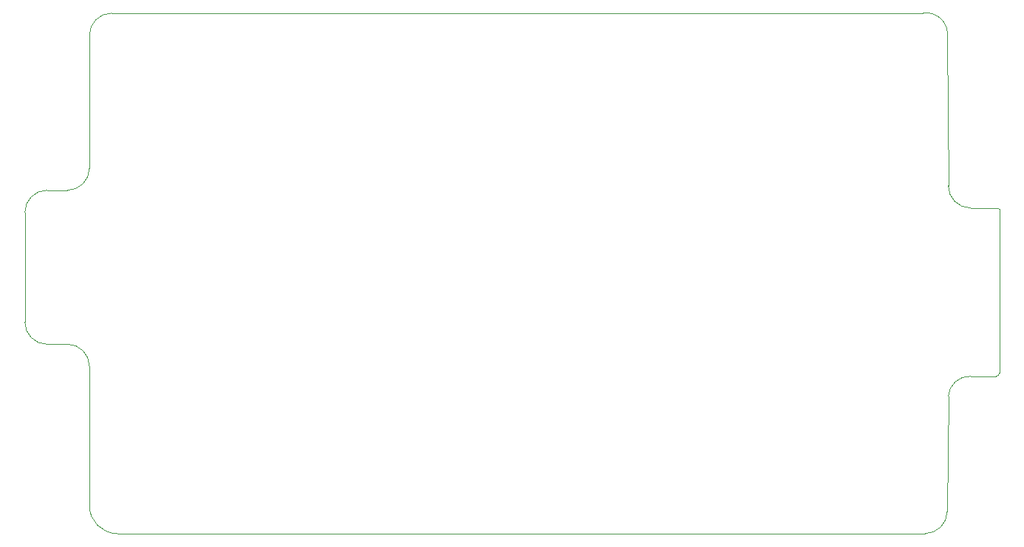
<source format=gm1>
G04*
G04 #@! TF.GenerationSoftware,Altium Limited,Altium Designer,23.2.1 (34)*
G04*
G04 Layer_Color=16711935*
%FSLAX44Y44*%
%MOMM*%
G71*
G04*
G04 #@! TF.SameCoordinates,75154B13-1296-4508-9C84-23632F313CF3*
G04*
G04*
G04 #@! TF.FilePolarity,Positive*
G04*
G01*
G75*
%ADD15C,0.1000*%
D15*
X666750Y994410D02*
G03*
X641350Y969010I0J-25400D01*
G01*
X615950Y791210D02*
G03*
X641350Y816610I0J25400D01*
G01*
X592660Y791210D02*
G03*
X567260Y765810I-0J-25400D01*
G01*
Y640080D02*
G03*
X592660Y614680I25399J-0D01*
G01*
X641350Y589280D02*
G03*
X615950Y614680I-25399J1D01*
G01*
X641350Y429260D02*
G03*
X673100Y397510I31749J-1D01*
G01*
X1598930D02*
G03*
X1624330Y422910I2J25398D01*
G01*
X1651000Y577850D02*
G03*
X1625600Y554990I-1272J-24128D01*
G01*
X1680210Y577850D02*
G03*
X1684020Y581660I2J3808D01*
G01*
X1684020Y769620D02*
G03*
X1682750Y770890I-1270J0D01*
G01*
X1625600Y796290D02*
G03*
X1651000Y770890I25400J0D01*
G01*
X1624330Y966470D02*
G03*
X1596390Y994410I-24083J3857D01*
G01*
X704850Y994410D02*
X1596390D01*
X666750D02*
X704850D01*
X641350Y816610D02*
Y969010D01*
X592660Y791210D02*
X615950D01*
X567260Y640080D02*
Y765810D01*
X592660Y614680D02*
X615950Y614680D01*
X641350Y429260D02*
X641350Y589280D01*
X673100Y397510D02*
X1598930D01*
X1624330Y422910D02*
X1625600Y554990D01*
X1651000Y577850D02*
X1680210D01*
X1684020Y581660D02*
Y769620D01*
X1651000Y770890D02*
X1682750D01*
X1624330Y966470D02*
X1625600Y796290D01*
M02*

</source>
